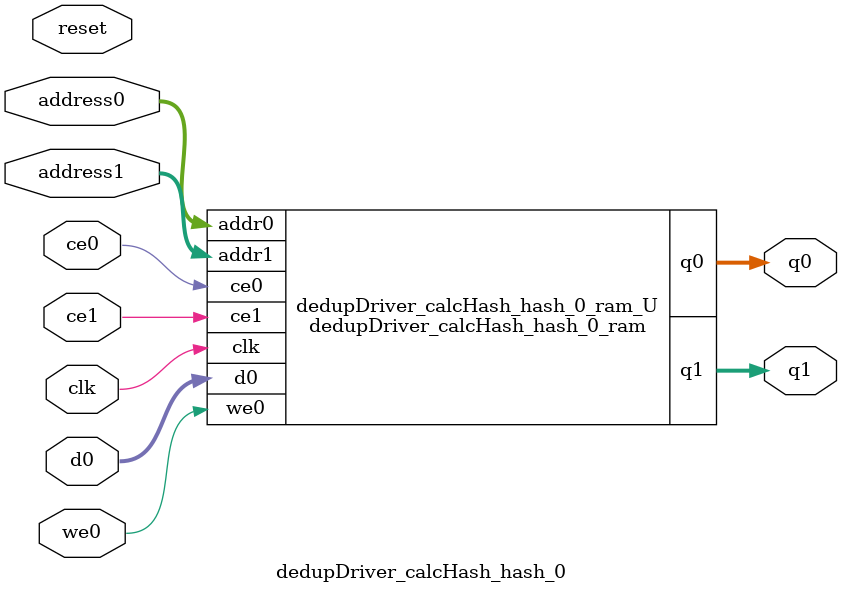
<source format=v>

`timescale 1 ns / 1 ps
module dedupDriver_calcHash_hash_0_ram (addr0, ce0, d0, we0, q0, addr1, ce1, q1,  clk);

parameter DWIDTH = 32;
parameter AWIDTH = 6;
parameter MEM_SIZE = 56;

input[AWIDTH-1:0] addr0;
input ce0;
input[DWIDTH-1:0] d0;
input we0;
output reg[DWIDTH-1:0] q0;
input[AWIDTH-1:0] addr1;
input ce1;
output reg[DWIDTH-1:0] q1;
input clk;

(* ram_style = "block" *)reg [DWIDTH-1:0] ram[MEM_SIZE-1:0];




always @(posedge clk)  
begin 
    if (ce0) 
    begin
        if (we0) 
        begin 
            ram[addr0] <= d0; 
            q0 <= d0;
        end 
        else 
            q0 <= ram[addr0];
    end
end


always @(posedge clk)  
begin 
    if (ce1) 
    begin
            q1 <= ram[addr1];
    end
end


endmodule


`timescale 1 ns / 1 ps
module dedupDriver_calcHash_hash_0(
    reset,
    clk,
    address0,
    ce0,
    we0,
    d0,
    q0,
    address1,
    ce1,
    q1);

parameter DataWidth = 32'd32;
parameter AddressRange = 32'd56;
parameter AddressWidth = 32'd6;
input reset;
input clk;
input[AddressWidth - 1:0] address0;
input ce0;
input we0;
input[DataWidth - 1:0] d0;
output[DataWidth - 1:0] q0;
input[AddressWidth - 1:0] address1;
input ce1;
output[DataWidth - 1:0] q1;



dedupDriver_calcHash_hash_0_ram dedupDriver_calcHash_hash_0_ram_U(
    .clk( clk ),
    .addr0( address0 ),
    .ce0( ce0 ),
    .d0( d0 ),
    .we0( we0 ),
    .q0( q0 ),
    .addr1( address1 ),
    .ce1( ce1 ),
    .q1( q1 ));

endmodule


</source>
